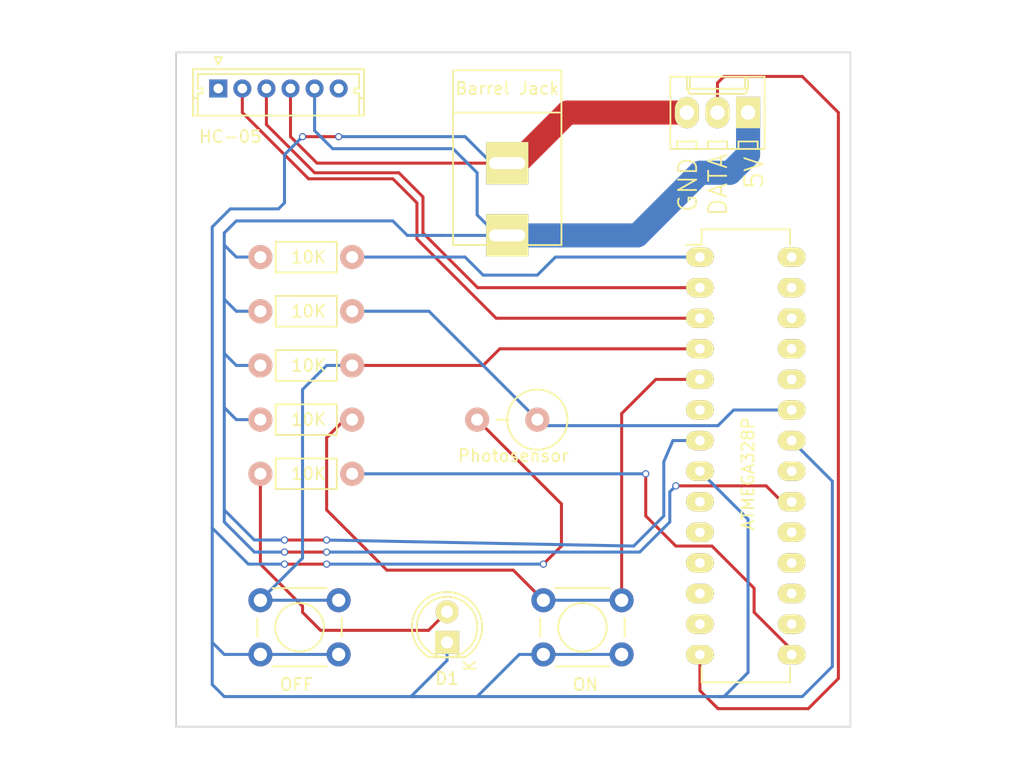
<source format=kicad_pcb>
(kicad_pcb (version 4) (host pcbnew 4.0.2-stable)

  (general
    (links 32)
    (no_connects 0)
    (area 0 0 0 0)
    (thickness 1.6)
    (drawings 6)
    (tracks 176)
    (zones 0)
    (modules 13)
    (nets 30)
  )

  (page A4)
  (layers
    (0 F.Cu signal)
    (31 B.Cu signal)
    (32 B.Adhes user)
    (33 F.Adhes user)
    (34 B.Paste user)
    (35 F.Paste user)
    (36 B.SilkS user)
    (37 F.SilkS user)
    (38 B.Mask user)
    (39 F.Mask user)
    (40 Dwgs.User user)
    (41 Cmts.User user)
    (42 Eco1.User user)
    (43 Eco2.User user)
    (44 Edge.Cuts user)
    (45 Margin user)
    (46 B.CrtYd user)
    (47 F.CrtYd user)
    (48 B.Fab user)
    (49 F.Fab user)
  )

  (setup
    (last_trace_width 0.25)
    (user_trace_width 2)
    (trace_clearance 0.2)
    (zone_clearance 0.508)
    (zone_45_only no)
    (trace_min 0.2)
    (segment_width 0.2)
    (edge_width 0.15)
    (via_size 0.6)
    (via_drill 0.4)
    (via_min_size 0.4)
    (via_min_drill 0.3)
    (uvia_size 0.3)
    (uvia_drill 0.1)
    (uvias_allowed no)
    (uvia_min_size 0.2)
    (uvia_min_drill 0.1)
    (pcb_text_width 0.3)
    (pcb_text_size 1.5 1.5)
    (mod_edge_width 0.15)
    (mod_text_size 1 1)
    (mod_text_width 0.15)
    (pad_size 1.524 1.524)
    (pad_drill 0.762)
    (pad_to_mask_clearance 0.2)
    (aux_axis_origin 0 0)
    (visible_elements FFFFEF7F)
    (pcbplotparams
      (layerselection 0x00030_80000001)
      (usegerberextensions false)
      (excludeedgelayer true)
      (linewidth 0.100000)
      (plotframeref false)
      (viasonmask false)
      (mode 1)
      (useauxorigin false)
      (hpglpennumber 1)
      (hpglpenspeed 20)
      (hpglpendiameter 15)
      (hpglpenoverlay 2)
      (psnegative false)
      (psa4output false)
      (plotreference true)
      (plotvalue true)
      (plotinvisibletext false)
      (padsonsilk false)
      (subtractmaskfromsilk false)
      (outputformat 1)
      (mirror false)
      (drillshape 1)
      (scaleselection 1)
      (outputdirectory ""))
  )

  (net 0 "")
  (net 1 +5V)
  (net 2 GND)
  (net 3 "Net-(D1-Pad2)")
  (net 4 "Net-(IC1-Pad1)")
  (net 5 "Net-(IC1-Pad2)")
  (net 6 "Net-(IC1-Pad3)")
  (net 7 "Net-(IC1-Pad4)")
  (net 8 "Net-(IC1-Pad5)")
  (net 9 "Net-(IC1-Pad6)")
  (net 10 "Net-(IC1-Pad9)")
  (net 11 "Net-(IC1-Pad10)")
  (net 12 "Net-(IC1-Pad11)")
  (net 13 "Net-(IC1-Pad12)")
  (net 14 "Net-(IC1-Pad13)")
  (net 15 "Net-(IC1-Pad14)")
  (net 16 "Net-(IC1-Pad15)")
  (net 17 "Net-(IC1-Pad16)")
  (net 18 "Net-(IC1-Pad17)")
  (net 19 "Net-(IC1-Pad18)")
  (net 20 "Net-(IC1-Pad19)")
  (net 21 "Net-(IC1-Pad21)")
  (net 22 "Net-(IC1-Pad23)")
  (net 23 "Net-(IC1-Pad24)")
  (net 24 "Net-(IC1-Pad25)")
  (net 25 "Net-(IC1-Pad26)")
  (net 26 "Net-(IC1-Pad27)")
  (net 27 "Net-(IC1-Pad28)")
  (net 28 "Net-(P1-Pad1)")
  (net 29 "Net-(P1-Pad6)")

  (net_class Default "This is the default net class."
    (clearance 0.2)
    (trace_width 0.25)
    (via_dia 0.6)
    (via_drill 0.4)
    (uvia_dia 0.3)
    (uvia_drill 0.1)
    (add_net +5V)
    (add_net GND)
    (add_net "Net-(D1-Pad2)")
    (add_net "Net-(IC1-Pad1)")
    (add_net "Net-(IC1-Pad10)")
    (add_net "Net-(IC1-Pad11)")
    (add_net "Net-(IC1-Pad12)")
    (add_net "Net-(IC1-Pad13)")
    (add_net "Net-(IC1-Pad14)")
    (add_net "Net-(IC1-Pad15)")
    (add_net "Net-(IC1-Pad16)")
    (add_net "Net-(IC1-Pad17)")
    (add_net "Net-(IC1-Pad18)")
    (add_net "Net-(IC1-Pad19)")
    (add_net "Net-(IC1-Pad2)")
    (add_net "Net-(IC1-Pad21)")
    (add_net "Net-(IC1-Pad23)")
    (add_net "Net-(IC1-Pad24)")
    (add_net "Net-(IC1-Pad25)")
    (add_net "Net-(IC1-Pad26)")
    (add_net "Net-(IC1-Pad27)")
    (add_net "Net-(IC1-Pad28)")
    (add_net "Net-(IC1-Pad3)")
    (add_net "Net-(IC1-Pad4)")
    (add_net "Net-(IC1-Pad5)")
    (add_net "Net-(IC1-Pad6)")
    (add_net "Net-(IC1-Pad9)")
    (add_net "Net-(P1-Pad1)")
    (add_net "Net-(P1-Pad6)")
  )

  (module Connectors_Molex:Molex_MicroLatch-53253-0670_06x2.00mm_Straight (layer F.Cu) (tedit 57BFA926) (tstamp 57BF7F58)
    (at 148.5 44)
    (descr "Molex Micro-Latch connector, PN:53253-0670, top entry type, through hole")
    (tags "conn molex micro latch")
    (path /57BCBB7E)
    (fp_text reference HC-05 (at 1 4) (layer F.SilkS)
      (effects (font (size 1 1) (thickness 0.15)))
    )
    (fp_text value HC-05_Female_Headers (at 5 -6.5) (layer F.Fab)
      (effects (font (size 1 1) (thickness 0.15)))
    )
    (fp_line (start -2.6 -2.1) (end -2.6 2.75) (layer F.CrtYd) (width 0.05))
    (fp_line (start -2.6 2.75) (end 12.55 2.75) (layer F.CrtYd) (width 0.05))
    (fp_line (start 12.55 2.75) (end 12.55 -2.1) (layer F.CrtYd) (width 0.05))
    (fp_line (start 12.55 -2.1) (end -2.6 -2.1) (layer F.CrtYd) (width 0.05))
    (fp_line (start -2.1 -1.6) (end -2.1 2.25) (layer F.SilkS) (width 0.15))
    (fp_line (start -2.1 2.25) (end 12.1 2.25) (layer F.SilkS) (width 0.15))
    (fp_line (start 12.1 2.25) (end 12.1 -1.6) (layer F.SilkS) (width 0.15))
    (fp_line (start 12.1 -1.6) (end -2.1 -1.6) (layer F.SilkS) (width 0.15))
    (fp_line (start 0 -2) (end -0.3 -2.6) (layer F.SilkS) (width 0.15))
    (fp_line (start -0.3 -2.6) (end 0.3 -2.6) (layer F.SilkS) (width 0.15))
    (fp_line (start 0.3 -2.6) (end 0 -2) (layer F.SilkS) (width 0.15))
    (fp_line (start -2.1 0.8) (end -1.7 0.8) (layer F.SilkS) (width 0.15))
    (fp_line (start 12.1 0.8) (end 11.7 0.8) (layer F.SilkS) (width 0.15))
    (fp_line (start 5 -1.2) (end -1.7 -1.2) (layer F.SilkS) (width 0.15))
    (fp_line (start -1.7 -1.2) (end -1.7 0) (layer F.SilkS) (width 0.15))
    (fp_line (start -1.7 0) (end -1.3 0) (layer F.SilkS) (width 0.15))
    (fp_line (start -1.3 0) (end -1.3 0.4) (layer F.SilkS) (width 0.15))
    (fp_line (start -1.3 0.4) (end -1.7 0.4) (layer F.SilkS) (width 0.15))
    (fp_line (start -1.7 0.4) (end -1.7 2.25) (layer F.SilkS) (width 0.15))
    (fp_line (start 5 -1.2) (end 11.7 -1.2) (layer F.SilkS) (width 0.15))
    (fp_line (start 11.7 -1.2) (end 11.7 0) (layer F.SilkS) (width 0.15))
    (fp_line (start 11.7 0) (end 11.3 0) (layer F.SilkS) (width 0.15))
    (fp_line (start 11.3 0) (end 11.3 0.4) (layer F.SilkS) (width 0.15))
    (fp_line (start 11.3 0.4) (end 11.7 0.4) (layer F.SilkS) (width 0.15))
    (fp_line (start 11.7 0.4) (end 11.7 2.25) (layer F.SilkS) (width 0.15))
    (pad 1 thru_hole rect (at 0 0) (size 1.5 1.5) (drill 0.8) (layers *.Cu *.Mask)
      (net 28 "Net-(P1-Pad1)"))
    (pad 2 thru_hole circle (at 2 0) (size 1.5 1.5) (drill 0.8) (layers *.Cu *.Mask)
      (net 6 "Net-(IC1-Pad3)"))
    (pad 3 thru_hole circle (at 4 0) (size 1.5 1.5) (drill 0.8) (layers *.Cu *.Mask)
      (net 5 "Net-(IC1-Pad2)"))
    (pad 4 thru_hole circle (at 6 0) (size 1.5 1.5) (drill 0.8) (layers *.Cu *.Mask)
      (net 2 GND))
    (pad 5 thru_hole circle (at 8 0) (size 1.5 1.5) (drill 0.8) (layers *.Cu *.Mask)
      (net 1 +5V))
    (pad 6 thru_hole circle (at 10 0) (size 1.5 1.5) (drill 0.8) (layers *.Cu *.Mask)
      (net 29 "Net-(P1-Pad6)"))
    (model Connectors_Molex.3dshapes/Molex_MicroLatch-53253-0670_06x2.00mm_Straight.wrl
      (at (xyz 0 0 0))
      (scale (xyz 1 1 1))
      (rotate (xyz 0 0 0))
    )
  )

  (module Connectors_Molex:Molex_KK-6410-03_03x2.54mm_Straight (layer F.Cu) (tedit 57BFA8F1) (tstamp 57BF7F5F)
    (at 192.5 46 180)
    (descr "Connector Headers with Friction Lock, 22-27-2031, http://www.molex.com/pdm_docs/sd/022272021_sd.pdf")
    (tags "connector molex kk_6410 22-27-2031")
    (path /57BBD1E2)
    (fp_text reference DATA (at 2.5 -6 270) (layer F.SilkS)
      (effects (font (size 1.5 1.5) (thickness 0.15)))
    )
    (fp_text value LED_STRIP_MALE_HEADERS (at 2 8 180) (layer F.Fab)
      (effects (font (size 1 1) (thickness 0.15)))
    )
    (fp_line (start -1.37 -3.02) (end -1.37 2.98) (layer F.SilkS) (width 0.15))
    (fp_line (start -1.37 2.98) (end 6.45 2.98) (layer F.SilkS) (width 0.15))
    (fp_line (start 6.45 2.98) (end 6.45 -3.02) (layer F.SilkS) (width 0.15))
    (fp_line (start 6.45 -3.02) (end -1.37 -3.02) (layer F.SilkS) (width 0.15))
    (fp_line (start 0 2.98) (end 0 1.98) (layer F.SilkS) (width 0.15))
    (fp_line (start 0 1.98) (end 5.08 1.98) (layer F.SilkS) (width 0.15))
    (fp_line (start 5.08 1.98) (end 5.08 2.98) (layer F.SilkS) (width 0.15))
    (fp_line (start 0 1.98) (end 0.25 1.55) (layer F.SilkS) (width 0.15))
    (fp_line (start 0.25 1.55) (end 4.83 1.55) (layer F.SilkS) (width 0.15))
    (fp_line (start 4.83 1.55) (end 5.08 1.98) (layer F.SilkS) (width 0.15))
    (fp_line (start 0.25 2.98) (end 0.25 1.98) (layer F.SilkS) (width 0.15))
    (fp_line (start 4.83 2.98) (end 4.83 1.98) (layer F.SilkS) (width 0.15))
    (fp_line (start -0.8 -3.02) (end -0.8 -2.4) (layer F.SilkS) (width 0.15))
    (fp_line (start -0.8 -2.4) (end 0.8 -2.4) (layer F.SilkS) (width 0.15))
    (fp_line (start 0.8 -2.4) (end 0.8 -3.02) (layer F.SilkS) (width 0.15))
    (fp_line (start 1.74 -3.02) (end 1.74 -2.4) (layer F.SilkS) (width 0.15))
    (fp_line (start 1.74 -2.4) (end 3.34 -2.4) (layer F.SilkS) (width 0.15))
    (fp_line (start 3.34 -2.4) (end 3.34 -3.02) (layer F.SilkS) (width 0.15))
    (fp_line (start 4.28 -3.02) (end 4.28 -2.4) (layer F.SilkS) (width 0.15))
    (fp_line (start 4.28 -2.4) (end 5.88 -2.4) (layer F.SilkS) (width 0.15))
    (fp_line (start 5.88 -2.4) (end 5.88 -3.02) (layer F.SilkS) (width 0.15))
    (fp_line (start -1.9 3.5) (end -1.9 -3.55) (layer F.CrtYd) (width 0.05))
    (fp_line (start -1.9 -3.55) (end 7 -3.55) (layer F.CrtYd) (width 0.05))
    (fp_line (start 7 -3.55) (end 7 3.5) (layer F.CrtYd) (width 0.05))
    (fp_line (start 7 3.5) (end -1.9 3.5) (layer F.CrtYd) (width 0.05))
    (pad 1 thru_hole rect (at 0 0 180) (size 2 2.6) (drill 1.2) (layers *.Cu *.Mask F.SilkS)
      (net 1 +5V))
    (pad 2 thru_hole oval (at 2.54 0 180) (size 2 2.6) (drill 1.2) (layers *.Cu *.Mask F.SilkS)
      (net 15 "Net-(IC1-Pad14)"))
    (pad 3 thru_hole oval (at 5.08 0 180) (size 2 2.6) (drill 1.2) (layers *.Cu *.Mask F.SilkS)
      (net 2 GND))
  )

  (module Connect:BARREL_JACK (layer F.Cu) (tedit 57BFA796) (tstamp 57BF7F28)
    (at 172.5 50 270)
    (descr "DC Barrel Jack")
    (tags "Power Jack")
    (path /57BFA465)
    (fp_text reference "Barrel Jack" (at -6 0 360) (layer F.SilkS)
      (effects (font (size 1 1) (thickness 0.15)))
    )
    (fp_text value BARREL_JACK (at -12.5 0 360) (layer F.Fab)
      (effects (font (size 1 1) (thickness 0.15)))
    )
    (fp_line (start -4.0005 -4.50088) (end -4.0005 4.50088) (layer F.SilkS) (width 0.15))
    (fp_line (start -7.50062 -4.50088) (end -7.50062 4.50088) (layer F.SilkS) (width 0.15))
    (fp_line (start -7.50062 4.50088) (end 7.00024 4.50088) (layer F.SilkS) (width 0.15))
    (fp_line (start 7.00024 4.50088) (end 7.00024 -4.50088) (layer F.SilkS) (width 0.15))
    (fp_line (start 7.00024 -4.50088) (end -7.50062 -4.50088) (layer F.SilkS) (width 0.15))
    (pad 1 thru_hole rect (at 6.20014 0 270) (size 3.50012 3.50012) (drill oval 1.00076 2.99974) (layers *.Cu *.Mask F.SilkS)
      (net 1 +5V))
    (pad 2 thru_hole rect (at 0.20066 0 270) (size 3.50012 3.50012) (drill oval 1.00076 2.99974) (layers *.Cu *.Mask F.SilkS)
      (net 2 GND))
  )

  (module LEDs:LED-5MM (layer F.Cu) (tedit 57BFA7B0) (tstamp 57BF7F2E)
    (at 167.5 90 90)
    (descr "LED 5mm round vertical")
    (tags "LED 5mm round vertical")
    (path /57BF8896)
    (fp_text reference D1 (at -3 0 180) (layer F.SilkS)
      (effects (font (size 1 1) (thickness 0.15)))
    )
    (fp_text value LED (at -9.5 0 180) (layer F.Fab)
      (effects (font (size 1 1) (thickness 0.15)))
    )
    (fp_line (start -1.5 -1.55) (end -1.5 1.55) (layer F.CrtYd) (width 0.05))
    (fp_arc (start 1.3 0) (end -1.5 1.55) (angle -302) (layer F.CrtYd) (width 0.05))
    (fp_arc (start 1.27 0) (end -1.23 -1.5) (angle 297.5) (layer F.SilkS) (width 0.15))
    (fp_line (start -1.23 1.5) (end -1.23 -1.5) (layer F.SilkS) (width 0.15))
    (fp_circle (center 1.27 0) (end 0.97 -2.5) (layer F.SilkS) (width 0.15))
    (fp_text user K (at -1.905 1.905 90) (layer F.SilkS)
      (effects (font (size 1 1) (thickness 0.15)))
    )
    (pad 1 thru_hole rect (at 0 0 180) (size 2 1.9) (drill 1.00076) (layers *.Cu *.Mask F.SilkS)
      (net 2 GND))
    (pad 2 thru_hole circle (at 2.54 0 90) (size 1.9 1.9) (drill 1.00076) (layers *.Cu *.Mask F.SilkS)
      (net 3 "Net-(D1-Pad2)"))
    (model LEDs.3dshapes/LED-5MM.wrl
      (at (xyz 0.05 0 0))
      (scale (xyz 1 1 1))
      (rotate (xyz 0 0 90))
    )
  )

  (module Housings_DIP:DIP-28_W7.62mm_LongPads (layer F.Cu) (tedit 57BFA7DD) (tstamp 57BF7F4E)
    (at 188.5 58)
    (descr "28-lead dip package, row spacing 7.62 mm (300 mils), longer pads")
    (tags "dil dip 2.54 300")
    (path /57BBC539)
    (fp_text reference ATMEGA328P (at 4 18 90) (layer F.SilkS)
      (effects (font (size 1 1) (thickness 0.15)))
    )
    (fp_text value ATMEGA328-P (at 21.5 13.5 180) (layer F.Fab)
      (effects (font (size 1 1) (thickness 0.15)))
    )
    (fp_line (start -1.4 -2.45) (end -1.4 35.5) (layer F.CrtYd) (width 0.05))
    (fp_line (start 9 -2.45) (end 9 35.5) (layer F.CrtYd) (width 0.05))
    (fp_line (start -1.4 -2.45) (end 9 -2.45) (layer F.CrtYd) (width 0.05))
    (fp_line (start -1.4 35.5) (end 9 35.5) (layer F.CrtYd) (width 0.05))
    (fp_line (start 0.135 -2.295) (end 0.135 -1.025) (layer F.SilkS) (width 0.15))
    (fp_line (start 7.485 -2.295) (end 7.485 -1.025) (layer F.SilkS) (width 0.15))
    (fp_line (start 7.485 35.315) (end 7.485 34.045) (layer F.SilkS) (width 0.15))
    (fp_line (start 0.135 35.315) (end 0.135 34.045) (layer F.SilkS) (width 0.15))
    (fp_line (start 0.135 -2.295) (end 7.485 -2.295) (layer F.SilkS) (width 0.15))
    (fp_line (start 0.135 35.315) (end 7.485 35.315) (layer F.SilkS) (width 0.15))
    (fp_line (start 0.135 -1.025) (end -1.15 -1.025) (layer F.SilkS) (width 0.15))
    (pad 1 thru_hole oval (at 0 0) (size 2.3 1.6) (drill 0.8) (layers *.Cu *.Mask F.SilkS)
      (net 4 "Net-(IC1-Pad1)"))
    (pad 2 thru_hole oval (at 0 2.54) (size 2.3 1.6) (drill 0.8) (layers *.Cu *.Mask F.SilkS)
      (net 5 "Net-(IC1-Pad2)"))
    (pad 3 thru_hole oval (at 0 5.08) (size 2.3 1.6) (drill 0.8) (layers *.Cu *.Mask F.SilkS)
      (net 6 "Net-(IC1-Pad3)"))
    (pad 4 thru_hole oval (at 0 7.62) (size 2.3 1.6) (drill 0.8) (layers *.Cu *.Mask F.SilkS)
      (net 7 "Net-(IC1-Pad4)"))
    (pad 5 thru_hole oval (at 0 10.16) (size 2.3 1.6) (drill 0.8) (layers *.Cu *.Mask F.SilkS)
      (net 8 "Net-(IC1-Pad5)"))
    (pad 6 thru_hole oval (at 0 12.7) (size 2.3 1.6) (drill 0.8) (layers *.Cu *.Mask F.SilkS)
      (net 9 "Net-(IC1-Pad6)"))
    (pad 7 thru_hole oval (at 0 15.24) (size 2.3 1.6) (drill 0.8) (layers *.Cu *.Mask F.SilkS)
      (net 1 +5V))
    (pad 8 thru_hole oval (at 0 17.78) (size 2.3 1.6) (drill 0.8) (layers *.Cu *.Mask F.SilkS)
      (net 2 GND))
    (pad 9 thru_hole oval (at 0 20.32) (size 2.3 1.6) (drill 0.8) (layers *.Cu *.Mask F.SilkS)
      (net 10 "Net-(IC1-Pad9)"))
    (pad 10 thru_hole oval (at 0 22.86) (size 2.3 1.6) (drill 0.8) (layers *.Cu *.Mask F.SilkS)
      (net 11 "Net-(IC1-Pad10)"))
    (pad 11 thru_hole oval (at 0 25.4) (size 2.3 1.6) (drill 0.8) (layers *.Cu *.Mask F.SilkS)
      (net 12 "Net-(IC1-Pad11)"))
    (pad 12 thru_hole oval (at 0 27.94) (size 2.3 1.6) (drill 0.8) (layers *.Cu *.Mask F.SilkS)
      (net 13 "Net-(IC1-Pad12)"))
    (pad 13 thru_hole oval (at 0 30.48) (size 2.3 1.6) (drill 0.8) (layers *.Cu *.Mask F.SilkS)
      (net 14 "Net-(IC1-Pad13)"))
    (pad 14 thru_hole oval (at 0 33.02) (size 2.3 1.6) (drill 0.8) (layers *.Cu *.Mask F.SilkS)
      (net 15 "Net-(IC1-Pad14)"))
    (pad 15 thru_hole oval (at 7.62 33.02) (size 2.3 1.6) (drill 0.8) (layers *.Cu *.Mask F.SilkS)
      (net 16 "Net-(IC1-Pad15)"))
    (pad 16 thru_hole oval (at 7.62 30.48) (size 2.3 1.6) (drill 0.8) (layers *.Cu *.Mask F.SilkS)
      (net 17 "Net-(IC1-Pad16)"))
    (pad 17 thru_hole oval (at 7.62 27.94) (size 2.3 1.6) (drill 0.8) (layers *.Cu *.Mask F.SilkS)
      (net 18 "Net-(IC1-Pad17)"))
    (pad 18 thru_hole oval (at 7.62 25.4) (size 2.3 1.6) (drill 0.8) (layers *.Cu *.Mask F.SilkS)
      (net 19 "Net-(IC1-Pad18)"))
    (pad 19 thru_hole oval (at 7.62 22.86) (size 2.3 1.6) (drill 0.8) (layers *.Cu *.Mask F.SilkS)
      (net 20 "Net-(IC1-Pad19)"))
    (pad 20 thru_hole oval (at 7.62 20.32) (size 2.3 1.6) (drill 0.8) (layers *.Cu *.Mask F.SilkS)
      (net 1 +5V))
    (pad 21 thru_hole oval (at 7.62 17.78) (size 2.3 1.6) (drill 0.8) (layers *.Cu *.Mask F.SilkS)
      (net 21 "Net-(IC1-Pad21)"))
    (pad 22 thru_hole oval (at 7.62 15.24) (size 2.3 1.6) (drill 0.8) (layers *.Cu *.Mask F.SilkS)
      (net 2 GND))
    (pad 23 thru_hole oval (at 7.62 12.7) (size 2.3 1.6) (drill 0.8) (layers *.Cu *.Mask F.SilkS)
      (net 22 "Net-(IC1-Pad23)"))
    (pad 24 thru_hole oval (at 7.62 10.16) (size 2.3 1.6) (drill 0.8) (layers *.Cu *.Mask F.SilkS)
      (net 23 "Net-(IC1-Pad24)"))
    (pad 25 thru_hole oval (at 7.62 7.62) (size 2.3 1.6) (drill 0.8) (layers *.Cu *.Mask F.SilkS)
      (net 24 "Net-(IC1-Pad25)"))
    (pad 26 thru_hole oval (at 7.62 5.08) (size 2.3 1.6) (drill 0.8) (layers *.Cu *.Mask F.SilkS)
      (net 25 "Net-(IC1-Pad26)"))
    (pad 27 thru_hole oval (at 7.62 2.54) (size 2.3 1.6) (drill 0.8) (layers *.Cu *.Mask F.SilkS)
      (net 26 "Net-(IC1-Pad27)"))
    (pad 28 thru_hole oval (at 7.62 0) (size 2.3 1.6) (drill 0.8) (layers *.Cu *.Mask F.SilkS)
      (net 27 "Net-(IC1-Pad28)"))
    (model Housings_DIP.3dshapes/DIP-28_W7.62mm_LongPads.wrl
      (at (xyz 0 0 0))
      (scale (xyz 1 1 1))
      (rotate (xyz 0 0 0))
    )
  )

  (module Resistors_ThroughHole:Resistor_Horizontal_RM7mm (layer F.Cu) (tedit 57BFA7B6) (tstamp 57BF7F65)
    (at 152 62.5)
    (descr "Resistor, Axial,  RM 7.62mm, 1/3W,")
    (tags "Resistor Axial RM 7.62mm 1/3W R3")
    (path /57BBC656)
    (fp_text reference 10K (at 4 0) (layer F.SilkS)
      (effects (font (size 1 1) (thickness 0.15)))
    )
    (fp_text value 10k (at -11 -0.5) (layer F.Fab)
      (effects (font (size 1 1) (thickness 0.15)))
    )
    (fp_line (start -1.25 -1.5) (end 8.85 -1.5) (layer F.CrtYd) (width 0.05))
    (fp_line (start -1.25 1.5) (end -1.25 -1.5) (layer F.CrtYd) (width 0.05))
    (fp_line (start 8.85 -1.5) (end 8.85 1.5) (layer F.CrtYd) (width 0.05))
    (fp_line (start -1.25 1.5) (end 8.85 1.5) (layer F.CrtYd) (width 0.05))
    (fp_line (start 1.27 -1.27) (end 6.35 -1.27) (layer F.SilkS) (width 0.15))
    (fp_line (start 6.35 -1.27) (end 6.35 1.27) (layer F.SilkS) (width 0.15))
    (fp_line (start 6.35 1.27) (end 1.27 1.27) (layer F.SilkS) (width 0.15))
    (fp_line (start 1.27 1.27) (end 1.27 -1.27) (layer F.SilkS) (width 0.15))
    (pad 1 thru_hole circle (at 0 0) (size 1.99898 1.99898) (drill 1.00076) (layers *.Cu *.SilkS *.Mask)
      (net 1 +5V))
    (pad 2 thru_hole circle (at 7.62 0) (size 1.99898 1.99898) (drill 1.00076) (layers *.Cu *.SilkS *.Mask)
      (net 22 "Net-(IC1-Pad23)"))
  )

  (module Resistors_ThroughHole:Resistor_Horizontal_RM7mm (layer F.Cu) (tedit 57BFA7B4) (tstamp 57BF7F71)
    (at 152 58)
    (descr "Resistor, Axial,  RM 7.62mm, 1/3W,")
    (tags "Resistor Axial RM 7.62mm 1/3W R3")
    (path /57BBD0AC)
    (fp_text reference 10K (at 4 0) (layer F.SilkS)
      (effects (font (size 1 1) (thickness 0.15)))
    )
    (fp_text value 10k (at -11 -0.5) (layer F.Fab)
      (effects (font (size 1 1) (thickness 0.15)))
    )
    (fp_line (start -1.25 -1.5) (end 8.85 -1.5) (layer F.CrtYd) (width 0.05))
    (fp_line (start -1.25 1.5) (end -1.25 -1.5) (layer F.CrtYd) (width 0.05))
    (fp_line (start 8.85 -1.5) (end 8.85 1.5) (layer F.CrtYd) (width 0.05))
    (fp_line (start -1.25 1.5) (end 8.85 1.5) (layer F.CrtYd) (width 0.05))
    (fp_line (start 1.27 -1.27) (end 6.35 -1.27) (layer F.SilkS) (width 0.15))
    (fp_line (start 6.35 -1.27) (end 6.35 1.27) (layer F.SilkS) (width 0.15))
    (fp_line (start 6.35 1.27) (end 1.27 1.27) (layer F.SilkS) (width 0.15))
    (fp_line (start 1.27 1.27) (end 1.27 -1.27) (layer F.SilkS) (width 0.15))
    (pad 1 thru_hole circle (at 0 0) (size 1.99898 1.99898) (drill 1.00076) (layers *.Cu *.SilkS *.Mask)
      (net 1 +5V))
    (pad 2 thru_hole circle (at 7.62 0) (size 1.99898 1.99898) (drill 1.00076) (layers *.Cu *.SilkS *.Mask)
      (net 4 "Net-(IC1-Pad1)"))
  )

  (module Resistors_ThroughHole:Resistor_Horizontal_RM7mm (layer F.Cu) (tedit 57BFA7B8) (tstamp 57BF7F77)
    (at 152 67)
    (descr "Resistor, Axial,  RM 7.62mm, 1/3W,")
    (tags "Resistor Axial RM 7.62mm 1/3W R3")
    (path /57BE3D5E)
    (fp_text reference 10K (at 4 0) (layer F.SilkS)
      (effects (font (size 1 1) (thickness 0.15)))
    )
    (fp_text value 10k (at -11 -0.5) (layer F.Fab)
      (effects (font (size 1 1) (thickness 0.15)))
    )
    (fp_line (start -1.25 -1.5) (end 8.85 -1.5) (layer F.CrtYd) (width 0.05))
    (fp_line (start -1.25 1.5) (end -1.25 -1.5) (layer F.CrtYd) (width 0.05))
    (fp_line (start 8.85 -1.5) (end 8.85 1.5) (layer F.CrtYd) (width 0.05))
    (fp_line (start -1.25 1.5) (end 8.85 1.5) (layer F.CrtYd) (width 0.05))
    (fp_line (start 1.27 -1.27) (end 6.35 -1.27) (layer F.SilkS) (width 0.15))
    (fp_line (start 6.35 -1.27) (end 6.35 1.27) (layer F.SilkS) (width 0.15))
    (fp_line (start 6.35 1.27) (end 1.27 1.27) (layer F.SilkS) (width 0.15))
    (fp_line (start 1.27 1.27) (end 1.27 -1.27) (layer F.SilkS) (width 0.15))
    (pad 1 thru_hole circle (at 0 0) (size 1.99898 1.99898) (drill 1.00076) (layers *.Cu *.SilkS *.Mask)
      (net 1 +5V))
    (pad 2 thru_hole circle (at 7.62 0) (size 1.99898 1.99898) (drill 1.00076) (layers *.Cu *.SilkS *.Mask)
      (net 7 "Net-(IC1-Pad4)"))
  )

  (module Resistors_ThroughHole:Resistor_Horizontal_RM7mm (layer F.Cu) (tedit 57BFA7BC) (tstamp 57BF7F7D)
    (at 152 71.5)
    (descr "Resistor, Axial,  RM 7.62mm, 1/3W,")
    (tags "Resistor Axial RM 7.62mm 1/3W R3")
    (path /57BE3DB5)
    (fp_text reference 10K (at 4 0) (layer F.SilkS)
      (effects (font (size 1 1) (thickness 0.15)))
    )
    (fp_text value 10k (at -11 -0.5) (layer F.Fab)
      (effects (font (size 1 1) (thickness 0.15)))
    )
    (fp_line (start -1.25 -1.5) (end 8.85 -1.5) (layer F.CrtYd) (width 0.05))
    (fp_line (start -1.25 1.5) (end -1.25 -1.5) (layer F.CrtYd) (width 0.05))
    (fp_line (start 8.85 -1.5) (end 8.85 1.5) (layer F.CrtYd) (width 0.05))
    (fp_line (start -1.25 1.5) (end 8.85 1.5) (layer F.CrtYd) (width 0.05))
    (fp_line (start 1.27 -1.27) (end 6.35 -1.27) (layer F.SilkS) (width 0.15))
    (fp_line (start 6.35 -1.27) (end 6.35 1.27) (layer F.SilkS) (width 0.15))
    (fp_line (start 6.35 1.27) (end 1.27 1.27) (layer F.SilkS) (width 0.15))
    (fp_line (start 1.27 1.27) (end 1.27 -1.27) (layer F.SilkS) (width 0.15))
    (pad 1 thru_hole circle (at 0 0) (size 1.99898 1.99898) (drill 1.00076) (layers *.Cu *.SilkS *.Mask)
      (net 1 +5V))
    (pad 2 thru_hole circle (at 7.62 0) (size 1.99898 1.99898) (drill 1.00076) (layers *.Cu *.SilkS *.Mask)
      (net 8 "Net-(IC1-Pad5)"))
  )

  (module Resistors_ThroughHole:Resistor_Horizontal_RM7mm (layer F.Cu) (tedit 57BFA7BE) (tstamp 57BF7F83)
    (at 152 76)
    (descr "Resistor, Axial,  RM 7.62mm, 1/3W,")
    (tags "Resistor Axial RM 7.62mm 1/3W R3")
    (path /57BF8997)
    (fp_text reference 10K (at 4 0) (layer F.SilkS)
      (effects (font (size 1 1) (thickness 0.15)))
    )
    (fp_text value 10k (at -11 0.5) (layer F.Fab)
      (effects (font (size 1 1) (thickness 0.15)))
    )
    (fp_line (start -1.25 -1.5) (end 8.85 -1.5) (layer F.CrtYd) (width 0.05))
    (fp_line (start -1.25 1.5) (end -1.25 -1.5) (layer F.CrtYd) (width 0.05))
    (fp_line (start 8.85 -1.5) (end 8.85 1.5) (layer F.CrtYd) (width 0.05))
    (fp_line (start -1.25 1.5) (end 8.85 1.5) (layer F.CrtYd) (width 0.05))
    (fp_line (start 1.27 -1.27) (end 6.35 -1.27) (layer F.SilkS) (width 0.15))
    (fp_line (start 6.35 -1.27) (end 6.35 1.27) (layer F.SilkS) (width 0.15))
    (fp_line (start 6.35 1.27) (end 1.27 1.27) (layer F.SilkS) (width 0.15))
    (fp_line (start 1.27 1.27) (end 1.27 -1.27) (layer F.SilkS) (width 0.15))
    (pad 1 thru_hole circle (at 0 0) (size 1.99898 1.99898) (drill 1.00076) (layers *.Cu *.SilkS *.Mask)
      (net 3 "Net-(D1-Pad2)"))
    (pad 2 thru_hole circle (at 7.62 0) (size 1.99898 1.99898) (drill 1.00076) (layers *.Cu *.SilkS *.Mask)
      (net 16 "Net-(IC1-Pad15)"))
  )

  (module Buttons_Switches_ThroughHole:SW_PUSH_6mm (layer F.Cu) (tedit 57BFA7A6) (tstamp 57BF7F8B)
    (at 152 86.5)
    (descr https://www.omron.com/ecb/products/pdf/en-b3f.pdf)
    (tags "tact sw push 6mm")
    (path /57BE3B8F)
    (fp_text reference OFF (at 3 7) (layer F.SilkS)
      (effects (font (size 1 1) (thickness 0.15)))
    )
    (fp_text value Switch_Left (at 2.5 12.5 180) (layer F.Fab)
      (effects (font (size 1 1) (thickness 0.15)))
    )
    (fp_line (start 3.25 -0.75) (end 6.25 -0.75) (layer F.Fab) (width 0.15))
    (fp_line (start 6.25 -0.75) (end 6.25 5.25) (layer F.Fab) (width 0.15))
    (fp_line (start 6.25 5.25) (end 0.25 5.25) (layer F.Fab) (width 0.15))
    (fp_line (start 0.25 5.25) (end 0.25 -0.75) (layer F.Fab) (width 0.15))
    (fp_line (start 0.25 -0.75) (end 3.25 -0.75) (layer F.Fab) (width 0.15))
    (fp_line (start 7.75 6) (end 8 6) (layer F.CrtYd) (width 0.05))
    (fp_line (start 8 6) (end 8 5.75) (layer F.CrtYd) (width 0.05))
    (fp_line (start 7.75 -1.5) (end 8 -1.5) (layer F.CrtYd) (width 0.05))
    (fp_line (start 8 -1.5) (end 8 -1.25) (layer F.CrtYd) (width 0.05))
    (fp_line (start -1.5 -1.25) (end -1.5 -1.5) (layer F.CrtYd) (width 0.05))
    (fp_line (start -1.5 -1.5) (end -1.25 -1.5) (layer F.CrtYd) (width 0.05))
    (fp_line (start -1.5 5.75) (end -1.5 6) (layer F.CrtYd) (width 0.05))
    (fp_line (start -1.5 6) (end -1.25 6) (layer F.CrtYd) (width 0.05))
    (fp_circle (center 3.25 2.25) (end 1.25 2.5) (layer F.SilkS) (width 0.15))
    (fp_line (start -1.25 -1.5) (end 7.75 -1.5) (layer F.CrtYd) (width 0.05))
    (fp_line (start -1.5 5.75) (end -1.5 -1.25) (layer F.CrtYd) (width 0.05))
    (fp_line (start 7.75 6) (end -1.25 6) (layer F.CrtYd) (width 0.05))
    (fp_line (start 8 -1.25) (end 8 5.75) (layer F.CrtYd) (width 0.05))
    (fp_line (start 1 5.5) (end 5.5 5.5) (layer F.SilkS) (width 0.15))
    (fp_line (start -0.25 1.5) (end -0.25 3) (layer F.SilkS) (width 0.15))
    (fp_line (start 5.5 -1) (end 1 -1) (layer F.SilkS) (width 0.15))
    (fp_line (start 6.75 3) (end 6.75 1.5) (layer F.SilkS) (width 0.15))
    (pad 2 thru_hole circle (at 0 4.5 90) (size 2 2) (drill 1.1) (layers *.Cu *.Mask)
      (net 2 GND))
    (pad 1 thru_hole circle (at 0 0 90) (size 2 2) (drill 1.1) (layers *.Cu *.Mask)
      (net 7 "Net-(IC1-Pad4)"))
    (pad 2 thru_hole circle (at 6.5 4.5 90) (size 2 2) (drill 1.1) (layers *.Cu *.Mask)
      (net 2 GND))
    (pad 1 thru_hole circle (at 6.5 0 90) (size 2 2) (drill 1.1) (layers *.Cu *.Mask)
      (net 7 "Net-(IC1-Pad4)"))
  )

  (module Buttons_Switches_ThroughHole:SW_PUSH_6mm (layer F.Cu) (tedit 57BFA7A9) (tstamp 57BF7F93)
    (at 175.5 86.5)
    (descr https://www.omron.com/ecb/products/pdf/en-b3f.pdf)
    (tags "tact sw push 6mm")
    (path /57BE3C2D)
    (fp_text reference ON (at 3.5 7) (layer F.SilkS)
      (effects (font (size 1 1) (thickness 0.15)))
    )
    (fp_text value Switch_Right (at 4 12.5) (layer F.Fab)
      (effects (font (size 1 1) (thickness 0.15)))
    )
    (fp_line (start 3.25 -0.75) (end 6.25 -0.75) (layer F.Fab) (width 0.15))
    (fp_line (start 6.25 -0.75) (end 6.25 5.25) (layer F.Fab) (width 0.15))
    (fp_line (start 6.25 5.25) (end 0.25 5.25) (layer F.Fab) (width 0.15))
    (fp_line (start 0.25 5.25) (end 0.25 -0.75) (layer F.Fab) (width 0.15))
    (fp_line (start 0.25 -0.75) (end 3.25 -0.75) (layer F.Fab) (width 0.15))
    (fp_line (start 7.75 6) (end 8 6) (layer F.CrtYd) (width 0.05))
    (fp_line (start 8 6) (end 8 5.75) (layer F.CrtYd) (width 0.05))
    (fp_line (start 7.75 -1.5) (end 8 -1.5) (layer F.CrtYd) (width 0.05))
    (fp_line (start 8 -1.5) (end 8 -1.25) (layer F.CrtYd) (width 0.05))
    (fp_line (start -1.5 -1.25) (end -1.5 -1.5) (layer F.CrtYd) (width 0.05))
    (fp_line (start -1.5 -1.5) (end -1.25 -1.5) (layer F.CrtYd) (width 0.05))
    (fp_line (start -1.5 5.75) (end -1.5 6) (layer F.CrtYd) (width 0.05))
    (fp_line (start -1.5 6) (end -1.25 6) (layer F.CrtYd) (width 0.05))
    (fp_circle (center 3.25 2.25) (end 1.25 2.5) (layer F.SilkS) (width 0.15))
    (fp_line (start -1.25 -1.5) (end 7.75 -1.5) (layer F.CrtYd) (width 0.05))
    (fp_line (start -1.5 5.75) (end -1.5 -1.25) (layer F.CrtYd) (width 0.05))
    (fp_line (start 7.75 6) (end -1.25 6) (layer F.CrtYd) (width 0.05))
    (fp_line (start 8 -1.25) (end 8 5.75) (layer F.CrtYd) (width 0.05))
    (fp_line (start 1 5.5) (end 5.5 5.5) (layer F.SilkS) (width 0.15))
    (fp_line (start -0.25 1.5) (end -0.25 3) (layer F.SilkS) (width 0.15))
    (fp_line (start 5.5 -1) (end 1 -1) (layer F.SilkS) (width 0.15))
    (fp_line (start 6.75 3) (end 6.75 1.5) (layer F.SilkS) (width 0.15))
    (pad 2 thru_hole circle (at 0 4.5 90) (size 2 2) (drill 1.1) (layers *.Cu *.Mask)
      (net 2 GND))
    (pad 1 thru_hole circle (at 0 0 90) (size 2 2) (drill 1.1) (layers *.Cu *.Mask)
      (net 8 "Net-(IC1-Pad5)"))
    (pad 2 thru_hole circle (at 6.5 4.5 90) (size 2 2) (drill 1.1) (layers *.Cu *.Mask)
      (net 2 GND))
    (pad 1 thru_hole circle (at 6.5 0 90) (size 2 2) (drill 1.1) (layers *.Cu *.Mask)
      (net 8 "Net-(IC1-Pad5)"))
  )

  (module Resistors_ThroughHole:Resistor_Vertical_RM5mm (layer F.Cu) (tedit 57BFA7C4) (tstamp 57BF7F6B)
    (at 172.5 71.5 180)
    (descr "Resistor, Vertical, RM 5mm, 1/3W,")
    (tags "Resistor, Vertical, RM 5mm, 1/3W,")
    (path /57BBC6D5)
    (fp_text reference Photosensor (at -0.5 -3 180) (layer F.SilkS)
      (effects (font (size 1 1) (thickness 0.15)))
    )
    (fp_text value R (at 41.5 0.5 180) (layer F.Fab)
      (effects (font (size 1 1) (thickness 0.15)))
    )
    (fp_line (start -0.09906 0) (end 0.9017 0) (layer F.SilkS) (width 0.15))
    (fp_circle (center -2.49936 0) (end 0 0) (layer F.SilkS) (width 0.15))
    (pad 1 thru_hole circle (at -2.49936 0 180) (size 1.99898 1.99898) (drill 1.00076) (layers *.Cu *.SilkS *.Mask)
      (net 22 "Net-(IC1-Pad23)"))
    (pad 2 thru_hole circle (at 2.5019 0 180) (size 1.99898 1.99898) (drill 1.00076) (layers *.Cu *.SilkS *.Mask)
      (net 2 GND))
  )

  (gr_line (start 201 41) (end 145 41) (angle 90) (layer Edge.Cuts) (width 0.15))
  (gr_line (start 201 97) (end 201 41) (angle 90) (layer Edge.Cuts) (width 0.15))
  (gr_line (start 145 97) (end 201 97) (angle 90) (layer Edge.Cuts) (width 0.15))
  (gr_line (start 145 41) (end 145 97) (angle 90) (layer Edge.Cuts) (width 0.15))
  (gr_text 5V (at 193 51 90) (layer F.SilkS)
    (effects (font (size 1.5 1.5) (thickness 0.15)))
  )
  (gr_text "GND\n" (at 187.5 52 90) (layer F.SilkS)
    (effects (font (size 1.5 1.5) (thickness 0.15)))
  )

  (segment (start 149 79) (end 149 80) (width 0.25) (layer B.Cu) (net 1))
  (segment (start 194 77) (end 195.32 78.32) (width 0.25) (layer F.Cu) (net 1) (tstamp 57BFA3F2))
  (segment (start 186.5 77) (end 194 77) (width 0.25) (layer F.Cu) (net 1) (tstamp 57BFA3F1))
  (via (at 186.5 77) (size 0.6) (drill 0.4) (layers F.Cu B.Cu) (net 1))
  (segment (start 186 77.5) (end 186.5 77) (width 0.25) (layer B.Cu) (net 1) (tstamp 57BFA3E9))
  (segment (start 186 80) (end 186 77.5) (width 0.25) (layer B.Cu) (net 1) (tstamp 57BFA3E4))
  (segment (start 183.5 82.5) (end 186 80) (width 0.25) (layer B.Cu) (net 1) (tstamp 57BFA3E3))
  (segment (start 157.5 82.5) (end 183.5 82.5) (width 0.25) (layer B.Cu) (net 1) (tstamp 57BFA3E2))
  (via (at 157.5 82.5) (size 0.6) (drill 0.4) (layers F.Cu B.Cu) (net 1))
  (segment (start 154 82.5) (end 157.5 82.5) (width 0.25) (layer F.Cu) (net 1) (tstamp 57BFA3DF))
  (via (at 154 82.5) (size 0.6) (drill 0.4) (layers F.Cu B.Cu) (net 1))
  (segment (start 151.5 82.5) (end 154 82.5) (width 0.25) (layer B.Cu) (net 1) (tstamp 57BFA3DC))
  (segment (start 149 80) (end 151.5 82.5) (width 0.25) (layer B.Cu) (net 1) (tstamp 57BFA3D5))
  (segment (start 195.32 78.32) (end 196.12 78.32) (width 0.25) (layer F.Cu) (net 1) (tstamp 57BFA3F4))
  (segment (start 149 70.5) (end 149 79) (width 0.25) (layer B.Cu) (net 1))
  (segment (start 186.26 73.24) (end 188.5 73.24) (width 0.25) (layer B.Cu) (net 1) (tstamp 57BF9A5A))
  (segment (start 185.5 75) (end 186.26 73.24) (width 0.25) (layer B.Cu) (net 1) (tstamp 57BF9A58))
  (segment (start 185.5 79.5) (end 185.5 75) (width 0.25) (layer B.Cu) (net 1) (tstamp 57BF9A56))
  (segment (start 183 82) (end 185.5 79.5) (width 0.25) (layer B.Cu) (net 1) (tstamp 57BF9A55))
  (segment (start 157.5 81.5) (end 183 82) (width 0.25) (layer B.Cu) (net 1) (tstamp 57BF9A54))
  (via (at 157.5 81.5) (size 0.6) (drill 0.4) (layers F.Cu B.Cu) (net 1))
  (segment (start 154 81.5) (end 157.5 81.5) (width 0.25) (layer F.Cu) (net 1) (tstamp 57BF9A51))
  (via (at 154 81.5) (size 0.6) (drill 0.4) (layers F.Cu B.Cu) (net 1))
  (segment (start 151.5 81.5) (end 154 81.5) (width 0.25) (layer B.Cu) (net 1) (tstamp 57BF9A4E))
  (segment (start 149 79) (end 151.5 81.5) (width 0.25) (layer B.Cu) (net 1) (tstamp 57BF9A48))
  (segment (start 172.5 56.20014) (end 171.70014 56.20014) (width 0.25) (layer B.Cu) (net 1))
  (segment (start 171.70014 56.20014) (end 170 54.5) (width 0.25) (layer B.Cu) (net 1) (tstamp 57BF93FF))
  (segment (start 156.5 47.5) (end 156.5 44) (width 0.25) (layer B.Cu) (net 1) (tstamp 57BF9408))
  (segment (start 158 49) (end 156.5 47.5) (width 0.25) (layer B.Cu) (net 1) (tstamp 57BF9406))
  (segment (start 168 49) (end 158 49) (width 0.25) (layer B.Cu) (net 1) (tstamp 57BF9404))
  (segment (start 170 51) (end 168 49) (width 0.25) (layer B.Cu) (net 1) (tstamp 57BF9402))
  (segment (start 170 54.5) (end 170 51) (width 0.25) (layer B.Cu) (net 1) (tstamp 57BF9400))
  (segment (start 172.5 56.20014) (end 172.79986 56.20014) (width 0.25) (layer B.Cu) (net 1))
  (segment (start 172.5 56.20014) (end 183.29986 56.20014) (width 2) (layer B.Cu) (net 1))
  (segment (start 192.5 49.5) (end 192.5 46) (width 2) (layer B.Cu) (net 1) (tstamp 57BF936B))
  (segment (start 191 51) (end 192.5 49.5) (width 2) (layer B.Cu) (net 1) (tstamp 57BF9368))
  (segment (start 188.5 51) (end 191 51) (width 2) (layer B.Cu) (net 1) (tstamp 57BF9366))
  (segment (start 183.29986 56.20014) (end 188.5 51) (width 2) (layer B.Cu) (net 1) (tstamp 57BF935F))
  (segment (start 152 58) (end 150 58) (width 0.25) (layer B.Cu) (net 1))
  (segment (start 150 58) (end 149 57) (width 0.25) (layer B.Cu) (net 1) (tstamp 57BF91FD))
  (segment (start 149 61.5) (end 149 57) (width 0.25) (layer B.Cu) (net 1))
  (segment (start 149 57) (end 149 56) (width 0.25) (layer B.Cu) (net 1) (tstamp 57BF920A))
  (segment (start 164.20014 56.20014) (end 166.70014 56.20014) (width 0.25) (layer B.Cu) (net 1) (tstamp 57BF91F6))
  (segment (start 163 55) (end 164.20014 56.20014) (width 0.25) (layer B.Cu) (net 1) (tstamp 57BF91F2))
  (segment (start 150 55) (end 163 55) (width 0.25) (layer B.Cu) (net 1) (tstamp 57BF91F0))
  (segment (start 149 56) (end 150 55) (width 0.25) (layer B.Cu) (net 1) (tstamp 57BF91EA))
  (segment (start 149 66) (end 149 70.5) (width 0.25) (layer B.Cu) (net 1))
  (segment (start 150 71.5) (end 152 71.5) (width 0.25) (layer B.Cu) (net 1) (tstamp 57BF91D9))
  (segment (start 149 70.5) (end 150 71.5) (width 0.25) (layer B.Cu) (net 1) (tstamp 57BF91D5))
  (segment (start 149 61.5) (end 149 66) (width 0.25) (layer B.Cu) (net 1))
  (segment (start 150 67) (end 152 67) (width 0.25) (layer B.Cu) (net 1) (tstamp 57BF91D1))
  (segment (start 149 66) (end 150 67) (width 0.25) (layer B.Cu) (net 1) (tstamp 57BF91CB))
  (segment (start 150 62.5) (end 152 62.5) (width 0.25) (layer B.Cu) (net 1) (tstamp 57BF91B4))
  (segment (start 149 61.5) (end 150 62.5) (width 0.25) (layer B.Cu) (net 1) (tstamp 57BF91AC))
  (segment (start 172.5 56.20014) (end 167 56.20014) (width 0.25) (layer B.Cu) (net 1))
  (segment (start 167 56.20014) (end 166.70014 56.20014) (width 0.25) (layer B.Cu) (net 1) (tstamp 57BF8FD0))
  (segment (start 148 80.5) (end 151 83.5) (width 0.25) (layer B.Cu) (net 2))
  (segment (start 177 78.5019) (end 169.9981 71.5) (width 0.25) (layer F.Cu) (net 2) (tstamp 57BFA4C4))
  (segment (start 177 82) (end 177 78.5019) (width 0.25) (layer F.Cu) (net 2) (tstamp 57BFA4BC))
  (segment (start 175.5 83.5) (end 177 82) (width 0.25) (layer F.Cu) (net 2) (tstamp 57BFA4BB))
  (via (at 175.5 83.5) (size 0.6) (drill 0.4) (layers F.Cu B.Cu) (net 2))
  (segment (start 157.5 83.5) (end 175.5 83.5) (width 0.25) (layer B.Cu) (net 2) (tstamp 57BFA4A5))
  (via (at 157.5 83.5) (size 0.6) (drill 0.4) (layers F.Cu B.Cu) (net 2))
  (segment (start 154 83.5) (end 157.5 83.5) (width 0.25) (layer F.Cu) (net 2) (tstamp 57BFA4A2))
  (via (at 154 83.5) (size 0.6) (drill 0.4) (layers F.Cu B.Cu) (net 2))
  (segment (start 151 83.5) (end 154 83.5) (width 0.25) (layer B.Cu) (net 2) (tstamp 57BFA49E))
  (segment (start 167.5 90) (end 167.5 91.5) (width 0.25) (layer B.Cu) (net 2))
  (segment (start 164.5 94.5) (end 165 94.5) (width 0.25) (layer B.Cu) (net 2) (tstamp 57BF9971))
  (segment (start 167.5 91.5) (end 164.5 94.5) (width 0.25) (layer B.Cu) (net 2) (tstamp 57BF996D))
  (segment (start 190 94.5) (end 190.5 94.5) (width 0.25) (layer B.Cu) (net 2))
  (segment (start 192.5 79.78) (end 188.5 75.78) (width 0.25) (layer B.Cu) (net 2) (tstamp 57BF94BA))
  (segment (start 192.5 92.5) (end 192.5 79.78) (width 0.25) (layer B.Cu) (net 2) (tstamp 57BF94B8))
  (segment (start 190.5 94.5) (end 192.5 92.5) (width 0.25) (layer B.Cu) (net 2) (tstamp 57BF94B7))
  (segment (start 170 94.5) (end 190 94.5) (width 0.25) (layer B.Cu) (net 2))
  (segment (start 190 94.5) (end 197 94.5) (width 0.25) (layer B.Cu) (net 2) (tstamp 57BF94B5))
  (segment (start 199.5 76.62) (end 196.12 73.24) (width 0.25) (layer B.Cu) (net 2) (tstamp 57BF94B0))
  (segment (start 199.5 92) (end 199.5 76.62) (width 0.25) (layer B.Cu) (net 2) (tstamp 57BF94AE))
  (segment (start 197 94.5) (end 199.5 92) (width 0.25) (layer B.Cu) (net 2) (tstamp 57BF94A6))
  (segment (start 175.5 91) (end 173.5 91) (width 0.25) (layer B.Cu) (net 2))
  (segment (start 170 94.5) (end 165 94.5) (width 0.25) (layer B.Cu) (net 2) (tstamp 57BF9499))
  (segment (start 165 94.5) (end 164 94.5) (width 0.25) (layer B.Cu) (net 2) (tstamp 57BF9975))
  (segment (start 173.5 91) (end 170 94.5) (width 0.25) (layer B.Cu) (net 2) (tstamp 57BF9492))
  (segment (start 148 90) (end 148 93.5) (width 0.25) (layer B.Cu) (net 2))
  (segment (start 148 93.5) (end 149 94.5) (width 0.25) (layer B.Cu) (net 2) (tstamp 57BF947E))
  (segment (start 149 94.5) (end 164 94.5) (width 0.25) (layer B.Cu) (net 2) (tstamp 57BF9481))
  (segment (start 148 79) (end 148 80.5) (width 0.25) (layer B.Cu) (net 2))
  (segment (start 148 80.5) (end 148 90) (width 0.25) (layer B.Cu) (net 2) (tstamp 57BFA49C))
  (segment (start 169 48) (end 158.5 48) (width 0.25) (layer B.Cu) (net 2) (tstamp 57BF9449))
  (via (at 158.5 48) (size 0.6) (drill 0.4) (layers F.Cu B.Cu) (net 2))
  (segment (start 158.5 48) (end 155.5 48) (width 0.25) (layer F.Cu) (net 2) (tstamp 57BF9454))
  (via (at 155.5 48) (size 0.6) (drill 0.4) (layers F.Cu B.Cu) (net 2))
  (segment (start 155.5 48) (end 154 49.5) (width 0.25) (layer B.Cu) (net 2) (tstamp 57BF9457))
  (segment (start 154 49.5) (end 154 53.5) (width 0.25) (layer B.Cu) (net 2) (tstamp 57BF9458))
  (segment (start 154 53.5) (end 153.5 54) (width 0.25) (layer B.Cu) (net 2) (tstamp 57BF945D))
  (segment (start 153.5 54) (end 149.5 54) (width 0.25) (layer B.Cu) (net 2) (tstamp 57BF945E))
  (segment (start 149.5 54) (end 148 55.5) (width 0.25) (layer B.Cu) (net 2) (tstamp 57BF9460))
  (segment (start 148 55.5) (end 148 79) (width 0.25) (layer B.Cu) (net 2) (tstamp 57BF9462))
  (segment (start 171.20066 50.20066) (end 169 48) (width 0.25) (layer B.Cu) (net 2) (tstamp 57BF9446))
  (segment (start 149 91) (end 152 91) (width 0.25) (layer B.Cu) (net 2) (tstamp 57BF947A))
  (segment (start 148 90) (end 149 91) (width 0.25) (layer B.Cu) (net 2) (tstamp 57BF9476))
  (segment (start 172.5 50.20066) (end 171.20066 50.20066) (width 0.25) (layer B.Cu) (net 2))
  (segment (start 152 91) (end 158.5 91) (width 0.25) (layer B.Cu) (net 2))
  (segment (start 182 91) (end 175.5 91) (width 0.25) (layer B.Cu) (net 2))
  (segment (start 172.5 50.20066) (end 173.29934 50.20066) (width 2) (layer F.Cu) (net 2))
  (segment (start 173.29934 50.20066) (end 177.5 46) (width 2) (layer F.Cu) (net 2) (tstamp 57BF8EFA))
  (segment (start 177.5 46) (end 187.42 46) (width 2) (layer F.Cu) (net 2) (tstamp 57BF8EFC))
  (segment (start 172.5 50.20066) (end 156.70066 50.20066) (width 0.25) (layer F.Cu) (net 2))
  (segment (start 154.5 48) (end 154.5 44) (width 0.25) (layer F.Cu) (net 2) (tstamp 57BF88C1))
  (segment (start 156.70066 50.20066) (end 154.5 48) (width 0.25) (layer F.Cu) (net 2) (tstamp 57BF88BC))
  (segment (start 152 76) (end 152 83.5) (width 0.25) (layer F.Cu) (net 3))
  (segment (start 165.96 89) (end 167.5 87.46) (width 0.25) (layer F.Cu) (net 3) (tstamp 57BFA51F))
  (segment (start 157 89) (end 165.96 89) (width 0.25) (layer F.Cu) (net 3) (tstamp 57BFA51D))
  (segment (start 155.5 87.5) (end 157 89) (width 0.25) (layer F.Cu) (net 3) (tstamp 57BFA51C))
  (segment (start 155.5 87) (end 155.5 87.5) (width 0.25) (layer F.Cu) (net 3) (tstamp 57BFA51A))
  (segment (start 152 83.5) (end 155.5 87) (width 0.25) (layer F.Cu) (net 3) (tstamp 57BFA514))
  (segment (start 159.62 58) (end 169 58) (width 0.25) (layer B.Cu) (net 4))
  (segment (start 176.5 58) (end 188.5 58) (width 0.25) (layer B.Cu) (net 4) (tstamp 57BF922F))
  (segment (start 175 59.5) (end 176.5 58) (width 0.25) (layer B.Cu) (net 4) (tstamp 57BF922D))
  (segment (start 170.5 59.5) (end 175 59.5) (width 0.25) (layer B.Cu) (net 4) (tstamp 57BF922B))
  (segment (start 169 58) (end 170.5 59.5) (width 0.25) (layer B.Cu) (net 4) (tstamp 57BF9229))
  (segment (start 152.5 44) (end 152.5 47) (width 0.25) (layer F.Cu) (net 5))
  (segment (start 170.04 60.54) (end 188.5 60.54) (width 0.25) (layer F.Cu) (net 5) (tstamp 57BF8C1E))
  (segment (start 165.5 56) (end 170.04 60.54) (width 0.25) (layer F.Cu) (net 5) (tstamp 57BF8C17))
  (segment (start 165.5 53) (end 165.5 56) (width 0.25) (layer F.Cu) (net 5) (tstamp 57BF8C12))
  (segment (start 163.5 51) (end 165.5 53) (width 0.25) (layer F.Cu) (net 5) (tstamp 57BF8C0F))
  (segment (start 156.5 51) (end 163.5 51) (width 0.25) (layer F.Cu) (net 5) (tstamp 57BF8BB5))
  (segment (start 152.5 47) (end 156.5 51) (width 0.25) (layer F.Cu) (net 5) (tstamp 57BF8BAF))
  (segment (start 150.5 44) (end 150.5 46) (width 0.25) (layer F.Cu) (net 6))
  (segment (start 171.58 63.08) (end 188.5 63.08) (width 0.25) (layer F.Cu) (net 6) (tstamp 57BF8C43))
  (segment (start 165 56.5) (end 171.58 63.08) (width 0.25) (layer F.Cu) (net 6) (tstamp 57BF8C41))
  (segment (start 165 53.5) (end 165 56.5) (width 0.25) (layer F.Cu) (net 6) (tstamp 57BF8C3F))
  (segment (start 163 51.5) (end 165 53.5) (width 0.25) (layer F.Cu) (net 6) (tstamp 57BF8C3D))
  (segment (start 156 51.5) (end 163 51.5) (width 0.25) (layer F.Cu) (net 6) (tstamp 57BF8C39))
  (segment (start 150.5 46) (end 156 51.5) (width 0.25) (layer F.Cu) (net 6) (tstamp 57BF8C34))
  (segment (start 159.62 67) (end 170.5 67) (width 0.25) (layer F.Cu) (net 7))
  (segment (start 171.88 65.62) (end 188.5 65.62) (width 0.25) (layer F.Cu) (net 7) (tstamp 57BFA12B))
  (segment (start 170.5 67) (end 171.88 65.62) (width 0.25) (layer F.Cu) (net 7) (tstamp 57BFA129))
  (segment (start 152 86.5) (end 158.5 86.5) (width 0.25) (layer B.Cu) (net 7))
  (segment (start 159.62 67) (end 157.5 67) (width 0.25) (layer B.Cu) (net 7))
  (segment (start 155.5 83) (end 152 86.5) (width 0.25) (layer B.Cu) (net 7) (tstamp 57BF9987))
  (segment (start 155.5 69) (end 155.5 83) (width 0.25) (layer B.Cu) (net 7) (tstamp 57BF9982))
  (segment (start 157.5 67) (end 155.5 69) (width 0.25) (layer B.Cu) (net 7) (tstamp 57BF9980))
  (segment (start 182 86.5) (end 182 71) (width 0.25) (layer F.Cu) (net 8))
  (segment (start 184.84 68.16) (end 188.5 68.16) (width 0.25) (layer F.Cu) (net 8) (tstamp 57BFA125))
  (segment (start 182 71) (end 184.84 68.16) (width 0.25) (layer F.Cu) (net 8) (tstamp 57BFA122))
  (segment (start 159.62 71.5) (end 159 71.5) (width 0.25) (layer F.Cu) (net 8))
  (segment (start 159 71.5) (end 157.5 73) (width 0.25) (layer F.Cu) (net 8) (tstamp 57BFA108))
  (segment (start 157.5 73) (end 157.5 79) (width 0.25) (layer F.Cu) (net 8) (tstamp 57BFA10A))
  (segment (start 157.5 79) (end 162.5 84) (width 0.25) (layer F.Cu) (net 8) (tstamp 57BFA10D))
  (segment (start 162.5 84) (end 173 84) (width 0.25) (layer F.Cu) (net 8) (tstamp 57BFA112))
  (segment (start 173 84) (end 175.5 86.5) (width 0.25) (layer F.Cu) (net 8) (tstamp 57BFA114))
  (segment (start 175.5 86.5) (end 182 86.5) (width 0.25) (layer B.Cu) (net 8))
  (segment (start 189.96 46) (end 189.96 43.54) (width 0.25) (layer F.Cu) (net 15))
  (segment (start 188.5 94) (end 188.5 91.02) (width 0.25) (layer F.Cu) (net 15) (tstamp 57BFA441))
  (segment (start 190 95.5) (end 188.5 94) (width 0.25) (layer F.Cu) (net 15) (tstamp 57BFA43F))
  (segment (start 197.5 95.5) (end 190 95.5) (width 0.25) (layer F.Cu) (net 15) (tstamp 57BFA43D))
  (segment (start 200 93) (end 197.5 95.5) (width 0.25) (layer F.Cu) (net 15) (tstamp 57BFA43B))
  (segment (start 200 46) (end 200 93) (width 0.25) (layer F.Cu) (net 15) (tstamp 57BFA42F))
  (segment (start 197 43) (end 200 46) (width 0.25) (layer F.Cu) (net 15) (tstamp 57BFA42D))
  (segment (start 190.5 43) (end 197 43) (width 0.25) (layer F.Cu) (net 15) (tstamp 57BFA42C))
  (segment (start 189.96 43.54) (end 190.5 43) (width 0.25) (layer F.Cu) (net 15) (tstamp 57BFA42A))
  (segment (start 196.12 91.02) (end 196.12 90.62) (width 0.25) (layer F.Cu) (net 16))
  (segment (start 196.12 90.62) (end 193 87.5) (width 0.25) (layer F.Cu) (net 16) (tstamp 57BFA5E6))
  (segment (start 193 87.5) (end 193 85.5) (width 0.25) (layer F.Cu) (net 16) (tstamp 57BFA5E8))
  (segment (start 193 85.5) (end 189.5 82) (width 0.25) (layer F.Cu) (net 16) (tstamp 57BFA5F2))
  (segment (start 189.5 82) (end 186.5 82) (width 0.25) (layer F.Cu) (net 16) (tstamp 57BFA5F4))
  (segment (start 186.5 82) (end 184 79.5) (width 0.25) (layer F.Cu) (net 16) (tstamp 57BFA5F6))
  (segment (start 184 79.5) (end 184 76) (width 0.25) (layer F.Cu) (net 16) (tstamp 57BFA5FD))
  (via (at 184 76) (size 0.6) (drill 0.4) (layers F.Cu B.Cu) (net 16))
  (segment (start 184 76) (end 159.62 76) (width 0.25) (layer B.Cu) (net 16) (tstamp 57BFA604))
  (segment (start 159.62 62.5) (end 165.99936 62.5) (width 0.25) (layer B.Cu) (net 22))
  (segment (start 165.99936 62.5) (end 174.99936 71.5) (width 0.25) (layer B.Cu) (net 22) (tstamp 57BFA4FB))
  (segment (start 196.12 70.7) (end 191.3 70.7) (width 0.25) (layer B.Cu) (net 22))
  (segment (start 190 72) (end 175.49936 72) (width 0.25) (layer B.Cu) (net 22) (tstamp 57BFA4E4))
  (segment (start 191.3 70.7) (end 190 72) (width 0.25) (layer B.Cu) (net 22) (tstamp 57BFA4E2))
  (segment (start 175.49936 72) (end 174.99936 71.5) (width 0.25) (layer B.Cu) (net 22) (tstamp 57BFA4E9))

)

</source>
